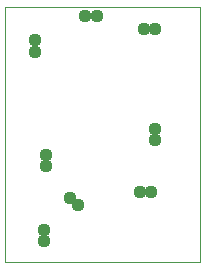
<source format=gbs>
G75*
%MOIN*%
%OFA0B0*%
%FSLAX24Y24*%
%IPPOS*%
%LPD*%
%AMOC8*
5,1,8,0,0,1.08239X$1,22.5*
%
%ADD10C,0.0000*%
%ADD11C,0.0437*%
D10*
X002517Y002517D02*
X002517Y011017D01*
X009017Y011017D01*
X009017Y002517D01*
X002517Y002517D01*
D11*
X003829Y003204D03*
X003829Y003579D03*
X004704Y004642D03*
X004954Y004392D03*
X003892Y005704D03*
X003892Y006079D03*
X007017Y004829D03*
X007392Y004829D03*
X007517Y006579D03*
X007517Y006954D03*
X007517Y010267D03*
X007142Y010267D03*
X005579Y010704D03*
X005204Y010704D03*
X003517Y009892D03*
X003517Y009517D03*
M02*

</source>
